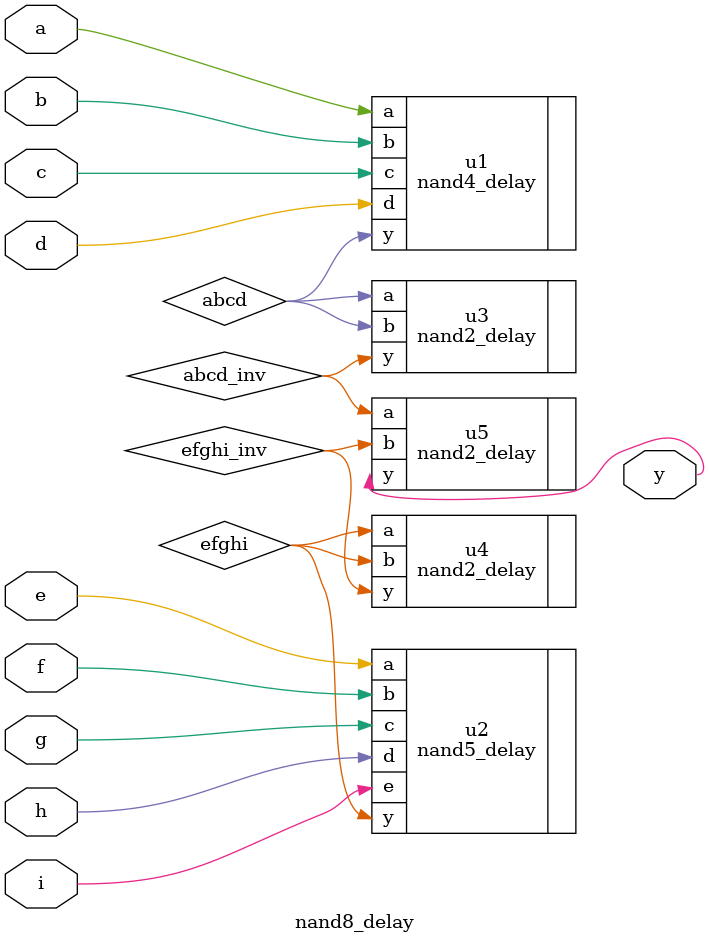
<source format=sv>
module nand8_delay (
	input logic a,
	input logic b,
	input logic c,
	input logic d,
	input logic e,
	input logic f,
	input logic g,
	input logic h,
	input logic i,
	output logic y
);
	logic abcd, abcd_inv, efghi, efghi_inv;

	nand4_delay u1
	(
		.a(a), 
		.b(b), 
		.c(c), 
		.d(d), 
		.y(abcd)
	);

	nand5_delay u2
	(
		.a(e), 
		.b(f), 
		.c(g), 
		.d(h), 
		.e(i), 
		.y(efghi)
	);

		// not_abcd
	nand2_delay u3
	(
		.a(abcd), 
		.b(abcd), 
		.y(abcd_inv)
	);

		// not_efghi
	nand2_delay u4
	(
		.a(efghi), 
		.b(efghi), 
		.y(efghi_inv)
	);

		// not_abcd & not_efghi
	nand2_delay u5
	(
		.a(abcd_inv), 
		.b(efghi_inv), 
		.y(y)
	);

endmodule

</source>
